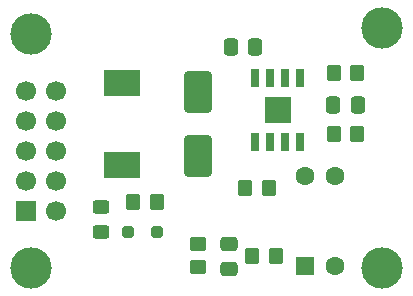
<source format=gbr>
%TF.GenerationSoftware,KiCad,Pcbnew,9.0.3*%
%TF.CreationDate,2025-07-11T14:37:00-05:00*%
%TF.ProjectId,drvplugin,64727670-6c75-4676-996e-2e6b69636164,rev?*%
%TF.SameCoordinates,Original*%
%TF.FileFunction,Soldermask,Top*%
%TF.FilePolarity,Negative*%
%FSLAX46Y46*%
G04 Gerber Fmt 4.6, Leading zero omitted, Abs format (unit mm)*
G04 Created by KiCad (PCBNEW 9.0.3) date 2025-07-11 14:37:00*
%MOMM*%
%LPD*%
G01*
G04 APERTURE LIST*
G04 Aperture macros list*
%AMRoundRect*
0 Rectangle with rounded corners*
0 $1 Rounding radius*
0 $2 $3 $4 $5 $6 $7 $8 $9 X,Y pos of 4 corners*
0 Add a 4 corners polygon primitive as box body*
4,1,4,$2,$3,$4,$5,$6,$7,$8,$9,$2,$3,0*
0 Add four circle primitives for the rounded corners*
1,1,$1+$1,$2,$3*
1,1,$1+$1,$4,$5*
1,1,$1+$1,$6,$7*
1,1,$1+$1,$8,$9*
0 Add four rect primitives between the rounded corners*
20,1,$1+$1,$2,$3,$4,$5,0*
20,1,$1+$1,$4,$5,$6,$7,0*
20,1,$1+$1,$6,$7,$8,$9,0*
20,1,$1+$1,$8,$9,$2,$3,0*%
G04 Aperture macros list end*
%ADD10RoundRect,0.250000X-0.350000X-0.450000X0.350000X-0.450000X0.350000X0.450000X-0.350000X0.450000X0*%
%ADD11C,2.600000*%
%ADD12C,3.500000*%
%ADD13RoundRect,0.250000X-0.475000X0.337500X-0.475000X-0.337500X0.475000X-0.337500X0.475000X0.337500X0*%
%ADD14R,0.650000X1.525000*%
%ADD15R,2.280000X2.280000*%
%ADD16RoundRect,0.250000X-0.450000X0.350000X-0.450000X-0.350000X0.450000X-0.350000X0.450000X0.350000X0*%
%ADD17R,3.050000X2.200000*%
%ADD18RoundRect,0.250000X0.350000X0.450000X-0.350000X0.450000X-0.350000X-0.450000X0.350000X-0.450000X0*%
%ADD19RoundRect,0.250000X0.550000X-0.550000X0.550000X0.550000X-0.550000X0.550000X-0.550000X-0.550000X0*%
%ADD20C,1.600000*%
%ADD21RoundRect,0.250000X-0.900000X1.500000X-0.900000X-1.500000X0.900000X-1.500000X0.900000X1.500000X0*%
%ADD22RoundRect,0.250000X-0.250000X-0.250000X0.250000X-0.250000X0.250000X0.250000X-0.250000X0.250000X0*%
%ADD23RoundRect,0.250000X-0.337500X-0.475000X0.337500X-0.475000X0.337500X0.475000X-0.337500X0.475000X0*%
%ADD24RoundRect,0.250000X-0.450000X0.325000X-0.450000X-0.325000X0.450000X-0.325000X0.450000X0.325000X0*%
%ADD25RoundRect,0.250000X0.337500X0.475000X-0.337500X0.475000X-0.337500X-0.475000X0.337500X-0.475000X0*%
%ADD26R,1.700000X1.700000*%
%ADD27C,1.700000*%
G04 APERTURE END LIST*
D10*
%TO.C,R6*%
X65478000Y-53500000D03*
X67478000Y-53500000D03*
%TD*%
D11*
%TO.C,REF\u002A\u002A*%
X69600000Y-64850000D03*
D12*
X69600000Y-64850000D03*
%TD*%
D13*
%TO.C,C1*%
X56625000Y-62867500D03*
X56625000Y-64942500D03*
%TD*%
D14*
%TO.C,U2*%
X62635000Y-48754000D03*
X61365000Y-48754000D03*
X60095000Y-48754000D03*
X58825000Y-48754000D03*
X58825000Y-54178000D03*
X60095000Y-54178000D03*
X61365000Y-54178000D03*
X62635000Y-54178000D03*
D15*
X60730000Y-51466000D03*
%TD*%
D10*
%TO.C,R2*%
X48500000Y-59300000D03*
X50500000Y-59300000D03*
%TD*%
D16*
%TO.C,R1*%
X53975000Y-62805000D03*
X53975000Y-64805000D03*
%TD*%
D11*
%TO.C,REF\u002A\u002A*%
X69600000Y-44550000D03*
D12*
X69600000Y-44550000D03*
%TD*%
D17*
%TO.C,D2*%
X47580000Y-49191000D03*
X47580000Y-56191000D03*
%TD*%
D10*
%TO.C,R5*%
X65478000Y-48400000D03*
X67478000Y-48400000D03*
%TD*%
D11*
%TO.C,REF\u002A\u002A*%
X39850000Y-45050000D03*
D12*
X39850000Y-45050000D03*
%TD*%
D18*
%TO.C,R3*%
X60575000Y-63855000D03*
X58575000Y-63855000D03*
%TD*%
D19*
%TO.C,U1*%
X63000000Y-64720000D03*
D20*
X65540000Y-64720000D03*
X65540000Y-57100000D03*
X63000000Y-57100000D03*
%TD*%
D21*
%TO.C,TVS1*%
X53955000Y-49964000D03*
X53955000Y-55364000D03*
%TD*%
D22*
%TO.C,D1*%
X48025000Y-61800000D03*
X50525000Y-61800000D03*
%TD*%
D23*
%TO.C,C2*%
X56762500Y-46200000D03*
X58837500Y-46200000D03*
%TD*%
D10*
%TO.C,R4*%
X57950000Y-58100000D03*
X59950000Y-58100000D03*
%TD*%
D24*
%TO.C,LED1*%
X45800000Y-59750000D03*
X45800000Y-61800000D03*
%TD*%
D11*
%TO.C,REF\u002A\u002A*%
X39800000Y-64900000D03*
D12*
X39800000Y-64900000D03*
%TD*%
D25*
%TO.C,C3*%
X67485500Y-51100000D03*
X65410500Y-51100000D03*
%TD*%
D26*
%TO.C,J1*%
X39425000Y-60030000D03*
D27*
X41965000Y-60030000D03*
X39425000Y-57490000D03*
X41965000Y-57490000D03*
X39425000Y-54950000D03*
X41965000Y-54950000D03*
X39425000Y-52410000D03*
X41965000Y-52410000D03*
X39425000Y-49870000D03*
X41965000Y-49870000D03*
%TD*%
M02*

</source>
